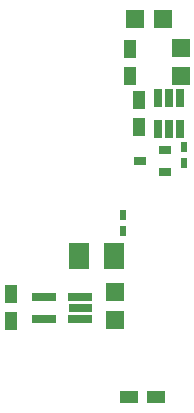
<source format=gbr>
G04 #@! TF.GenerationSoftware,KiCad,Pcbnew,(5.1.9)-1*
G04 #@! TF.CreationDate,2021-03-01T14:18:58+01:00*
G04 #@! TF.ProjectId,button_timer_v1.2.1_lipo[TPL5110],62757474-6f6e-45f7-9469-6d65725f7631,rev?*
G04 #@! TF.SameCoordinates,Original*
G04 #@! TF.FileFunction,Paste,Bot*
G04 #@! TF.FilePolarity,Positive*
%FSLAX46Y46*%
G04 Gerber Fmt 4.6, Leading zero omitted, Abs format (unit mm)*
G04 Created by KiCad (PCBNEW (5.1.9)-1) date 2021-03-01 14:18:58*
%MOMM*%
%LPD*%
G01*
G04 APERTURE LIST*
%ADD10R,1.000000X0.800000*%
%ADD11R,0.620000X0.900000*%
%ADD12R,1.800000X2.300000*%
%ADD13R,1.100000X1.500000*%
%ADD14R,1.500000X1.100000*%
%ADD15R,1.500000X1.500000*%
%ADD16R,2.000000X0.650000*%
%ADD17C,0.150000*%
%ADD18R,0.650000X1.500000*%
G04 APERTURE END LIST*
D10*
G04 #@! TO.C,Q1*
X132173000Y-73660000D03*
X134273000Y-74610000D03*
X134273000Y-72710000D03*
G04 #@! TD*
D11*
G04 #@! TO.C,C7*
X130733800Y-78232240D03*
X130733800Y-79532240D03*
G04 #@! TD*
D12*
G04 #@! TO.C,C6*
X127053680Y-81696560D03*
X129953680Y-81696560D03*
G04 #@! TD*
D13*
G04 #@! TO.C,C3*
X121269760Y-84920440D03*
X121269760Y-87220440D03*
G04 #@! TD*
G04 #@! TO.C,C5*
X132080000Y-68446000D03*
X132080000Y-70746000D03*
G04 #@! TD*
G04 #@! TO.C,C1*
X131318000Y-66428000D03*
X131318000Y-64128000D03*
G04 #@! TD*
D14*
G04 #@! TO.C,C2*
X133534800Y-93599000D03*
X131234800Y-93599000D03*
G04 #@! TD*
D15*
G04 #@! TO.C,R7*
X130032760Y-87143440D03*
X130032760Y-84743440D03*
G04 #@! TD*
G04 #@! TO.C,R8*
X135636000Y-64078000D03*
X135636000Y-66478000D03*
G04 #@! TD*
G04 #@! TO.C,R6*
X134169000Y-61595000D03*
X131769000Y-61595000D03*
G04 #@! TD*
D16*
G04 #@! TO.C,U2*
X124087760Y-85120440D03*
X124087760Y-87020440D03*
X127137760Y-87020440D03*
D17*
G36*
X128137760Y-85745440D02*
G01*
X128137760Y-86395440D01*
X126137760Y-86395440D01*
X126137760Y-85745440D01*
X128137760Y-85745440D01*
G37*
D16*
X127137760Y-85120440D03*
G04 #@! TD*
D18*
G04 #@! TO.C,U1*
X134620000Y-70896000D03*
X133670000Y-70896000D03*
X135570000Y-70896000D03*
X135570000Y-68296000D03*
X134620000Y-68296000D03*
X133670000Y-68296000D03*
G04 #@! TD*
D11*
G04 #@! TO.C,C4*
X135890000Y-73802000D03*
X135890000Y-72502000D03*
G04 #@! TD*
M02*

</source>
